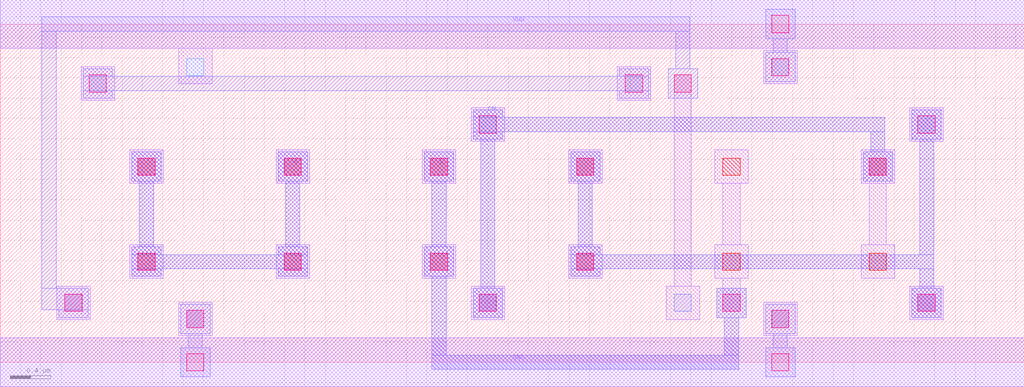
<source format=lef>
MACRO ASYNC1
 CLASS CORE ;
 FOREIGN ASYNC1 0 0 ;
 SIZE 10.08 BY 3.33 ;
 ORIGIN 0 0 ;
 SYMMETRY X Y R90 ;
 SITE unit ;
  PIN VDD
   DIRECTION INOUT ;
   USE POWER ;
   SHAPE ABUTMENT ;
    PORT
     CLASS CORE ;
       LAYER li1 ;
        RECT 0.00000000 3.09000000 10.08000000 3.57000000 ;
    END
  END VDD

  PIN GND
   DIRECTION INOUT ;
   USE POWER ;
   SHAPE ABUTMENT ;
    PORT
     CLASS CORE ;
       LAYER li1 ;
        RECT 0.00000000 -0.24000000 10.08000000 0.24000000 ;
    END
  END GND

  PIN CN
   DIRECTION INOUT ;
   USE SIGNAL ;
   SHAPE ABUTMENT ;
    PORT
     CLASS CORE ;
       LAYER met1 ;
        RECT 4.65500000 0.44000000 4.94500000 0.73000000 ;
        RECT 8.49500000 1.78000000 8.78500000 2.07000000 ;
        RECT 4.73000000 0.73000000 4.87000000 2.19500000 ;
        RECT 4.65500000 2.19500000 4.94500000 2.27000000 ;
        RECT 8.57000000 2.07000000 8.71000000 2.27000000 ;
        RECT 4.65500000 2.27000000 8.71000000 2.41000000 ;
        RECT 4.65500000 2.41000000 4.94500000 2.48500000 ;
    END
  END CN

  PIN C
   DIRECTION INOUT ;
   USE SIGNAL ;
   SHAPE ABUTMENT ;
    PORT
     CLASS CORE ;
       LAYER met1 ;
        RECT 8.97500000 0.44000000 9.26500000 0.73000000 ;
        RECT 5.61500000 0.84500000 5.90500000 0.92000000 ;
        RECT 9.05000000 0.73000000 9.19000000 0.92000000 ;
        RECT 5.61500000 0.92000000 9.19000000 1.06000000 ;
        RECT 5.61500000 1.06000000 5.90500000 1.13500000 ;
        RECT 5.69000000 1.13500000 5.83000000 1.78000000 ;
        RECT 5.61500000 1.78000000 5.90500000 2.07000000 ;
        RECT 9.05000000 1.06000000 9.19000000 2.19500000 ;
        RECT 8.97500000 2.19500000 9.26500000 2.48500000 ;
    END
  END C

  PIN A
   DIRECTION INOUT ;
   USE SIGNAL ;
   SHAPE ABUTMENT ;
    PORT
     CLASS CORE ;
       LAYER met1 ;
        RECT 1.29500000 0.84500000 1.58500000 0.92000000 ;
        RECT 2.73500000 0.84500000 3.02500000 0.92000000 ;
        RECT 1.29500000 0.92000000 3.02500000 1.06000000 ;
        RECT 1.29500000 1.06000000 1.58500000 1.13500000 ;
        RECT 2.73500000 1.06000000 3.02500000 1.13500000 ;
        RECT 1.37000000 1.13500000 1.51000000 1.78000000 ;
        RECT 2.81000000 1.13500000 2.95000000 1.78000000 ;
        RECT 1.29500000 1.78000000 1.58500000 2.07000000 ;
        RECT 2.73500000 1.78000000 3.02500000 2.07000000 ;
    END
  END A

  PIN B
   DIRECTION INOUT ;
   USE SIGNAL ;
   SHAPE ABUTMENT ;
    PORT
     CLASS CORE ;
       LAYER met1 ;
        RECT 4.25000000 -0.07000000 7.27000000 0.07000000 ;
        RECT 7.13000000 0.07000000 7.27000000 0.44000000 ;
        RECT 7.05500000 0.44000000 7.34500000 0.73000000 ;
        RECT 4.25000000 0.07000000 4.39000000 0.84500000 ;
        RECT 4.17500000 0.84500000 4.46500000 1.13500000 ;
        RECT 4.25000000 1.13500000 4.39000000 1.78000000 ;
        RECT 4.17500000 1.78000000 4.46500000 2.07000000 ;
    END
  END B

 OBS
    LAYER polycont ;
     RECT 1.35500000 0.90500000 1.52500000 1.07500000 ;
     RECT 2.79500000 0.90500000 2.96500000 1.07500000 ;
     RECT 4.23500000 0.90500000 4.40500000 1.07500000 ;
     RECT 5.67500000 0.90500000 5.84500000 1.07500000 ;
     RECT 7.11500000 0.90500000 7.28500000 1.07500000 ;
     RECT 8.55500000 0.90500000 8.72500000 1.07500000 ;
     RECT 1.35500000 1.84000000 1.52500000 2.01000000 ;
     RECT 2.79500000 1.84000000 2.96500000 2.01000000 ;
     RECT 4.23500000 1.84000000 4.40500000 2.01000000 ;
     RECT 5.67500000 1.84000000 5.84500000 2.01000000 ;
     RECT 7.11500000 1.84000000 7.28500000 2.01000000 ;
     RECT 8.55500000 1.84000000 8.72500000 2.01000000 ;

    LAYER pdiffc ;
     RECT 4.71500000 2.25500000 4.88500000 2.42500000 ;
     RECT 9.03500000 2.25500000 9.20500000 2.42500000 ;
     RECT 0.87500000 2.66000000 1.04500000 2.83000000 ;
     RECT 6.15500000 2.66000000 6.32500000 2.83000000 ;
     RECT 1.83500000 2.82000000 2.00500000 2.99000000 ;
     RECT 7.59500000 2.82000000 7.76500000 2.99000000 ;

    LAYER ndiffc ;
     RECT 1.83500000 0.34000000 2.00500000 0.51000000 ;
     RECT 7.59500000 0.34000000 7.76500000 0.51000000 ;
     RECT 0.63500000 0.50000000 0.80500000 0.67000000 ;
     RECT 4.71500000 0.50000000 4.88500000 0.67000000 ;
     RECT 6.63500000 0.50000000 6.80500000 0.67000000 ;
     RECT 9.03500000 0.50000000 9.20500000 0.67000000 ;

    LAYER li1 ;
     RECT 0.00000000 -0.24000000 10.08000000 0.24000000 ;
     RECT 1.75500000 0.26000000 2.08500000 0.59000000 ;
     RECT 7.51500000 0.26000000 7.84500000 0.59000000 ;
     RECT 0.55500000 0.42000000 0.88500000 0.75000000 ;
     RECT 4.63500000 0.42000000 4.96500000 0.75000000 ;
     RECT 8.95500000 0.42000000 9.28500000 0.75000000 ;
     RECT 1.27500000 0.82500000 1.60500000 1.15500000 ;
     RECT 2.71500000 0.82500000 3.04500000 1.15500000 ;
     RECT 4.15500000 0.82500000 4.48500000 1.15500000 ;
     RECT 5.59500000 0.82500000 5.92500000 1.15500000 ;
     RECT 1.27500000 1.76000000 1.60500000 2.09000000 ;
     RECT 2.71500000 1.76000000 3.04500000 2.09000000 ;
     RECT 4.15500000 1.76000000 4.48500000 2.09000000 ;
     RECT 5.59500000 1.76000000 5.92500000 2.09000000 ;
     RECT 7.11500000 0.50000000 7.28500000 0.82500000 ;
     RECT 7.03500000 0.82500000 7.36500000 1.15500000 ;
     RECT 7.11500000 1.15500000 7.28500000 1.76000000 ;
     RECT 7.03500000 1.76000000 7.36500000 2.09000000 ;
     RECT 8.47500000 0.82500000 8.80500000 1.15500000 ;
     RECT 8.55500000 1.15500000 8.72500000 1.76000000 ;
     RECT 8.47500000 1.76000000 8.80500000 2.09000000 ;
     RECT 4.63500000 2.17500000 4.96500000 2.50500000 ;
     RECT 8.95500000 2.17500000 9.28500000 2.50500000 ;
     RECT 6.55500000 0.42000000 6.88500000 0.75000000 ;
     RECT 6.63500000 0.75000000 6.80500000 2.83000000 ;
     RECT 0.79500000 2.58000000 1.12500000 2.91000000 ;
     RECT 6.07500000 2.58000000 6.40500000 2.91000000 ;
     RECT 7.51500000 2.74000000 7.84500000 3.07000000 ;
     RECT 1.75500000 2.74000000 2.08500000 3.09000000 ;
     RECT 0.00000000 3.09000000 10.08000000 3.57000000 ;

    LAYER viali ;
     RECT 1.83500000 -0.08500000 2.00500000 0.08500000 ;
     RECT 7.59500000 -0.08500000 7.76500000 0.08500000 ;
     RECT 1.83500000 0.34000000 2.00500000 0.51000000 ;
     RECT 7.59500000 0.34000000 7.76500000 0.51000000 ;
     RECT 0.63500000 0.50000000 0.80500000 0.67000000 ;
     RECT 4.71500000 0.50000000 4.88500000 0.67000000 ;
     RECT 7.11500000 0.50000000 7.28500000 0.67000000 ;
     RECT 9.03500000 0.50000000 9.20500000 0.67000000 ;
     RECT 1.35500000 0.90500000 1.52500000 1.07500000 ;
     RECT 2.79500000 0.90500000 2.96500000 1.07500000 ;
     RECT 4.23500000 0.90500000 4.40500000 1.07500000 ;
     RECT 5.67500000 0.90500000 5.84500000 1.07500000 ;
     RECT 1.35500000 1.84000000 1.52500000 2.01000000 ;
     RECT 2.79500000 1.84000000 2.96500000 2.01000000 ;
     RECT 4.23500000 1.84000000 4.40500000 2.01000000 ;
     RECT 5.67500000 1.84000000 5.84500000 2.01000000 ;
     RECT 8.55500000 1.84000000 8.72500000 2.01000000 ;
     RECT 4.71500000 2.25500000 4.88500000 2.42500000 ;
     RECT 9.03500000 2.25500000 9.20500000 2.42500000 ;
     RECT 0.87500000 2.66000000 1.04500000 2.83000000 ;
     RECT 6.15500000 2.66000000 6.32500000 2.83000000 ;
     RECT 6.63500000 2.66000000 6.80500000 2.83000000 ;
     RECT 7.59500000 2.82000000 7.76500000 2.99000000 ;
     RECT 7.59500000 3.24500000 7.76500000 3.41500000 ;

    LAYER met1 ;
     RECT 1.77500000 -0.14500000 2.06500000 0.14500000 ;
     RECT 1.85000000 0.14500000 1.99000000 0.28000000 ;
     RECT 1.77500000 0.28000000 2.06500000 0.57000000 ;
     RECT 7.53500000 -0.14500000 7.82500000 0.14500000 ;
     RECT 7.61000000 0.14500000 7.75000000 0.28000000 ;
     RECT 7.53500000 0.28000000 7.82500000 0.57000000 ;
     RECT 1.29500000 0.84500000 1.58500000 0.92000000 ;
     RECT 2.73500000 0.84500000 3.02500000 0.92000000 ;
     RECT 1.29500000 0.92000000 3.02500000 1.06000000 ;
     RECT 1.29500000 1.06000000 1.58500000 1.13500000 ;
     RECT 2.73500000 1.06000000 3.02500000 1.13500000 ;
     RECT 1.37000000 1.13500000 1.51000000 1.78000000 ;
     RECT 2.81000000 1.13500000 2.95000000 1.78000000 ;
     RECT 1.29500000 1.78000000 1.58500000 2.07000000 ;
     RECT 2.73500000 1.78000000 3.02500000 2.07000000 ;
     RECT 4.25000000 -0.07000000 7.27000000 0.07000000 ;
     RECT 7.13000000 0.07000000 7.27000000 0.44000000 ;
     RECT 7.05500000 0.44000000 7.34500000 0.73000000 ;
     RECT 4.25000000 0.07000000 4.39000000 0.84500000 ;
     RECT 4.17500000 0.84500000 4.46500000 1.13500000 ;
     RECT 4.25000000 1.13500000 4.39000000 1.78000000 ;
     RECT 4.17500000 1.78000000 4.46500000 2.07000000 ;
     RECT 4.65500000 0.44000000 4.94500000 0.73000000 ;
     RECT 8.49500000 1.78000000 8.78500000 2.07000000 ;
     RECT 4.73000000 0.73000000 4.87000000 2.19500000 ;
     RECT 4.65500000 2.19500000 4.94500000 2.27000000 ;
     RECT 8.57000000 2.07000000 8.71000000 2.27000000 ;
     RECT 4.65500000 2.27000000 8.71000000 2.41000000 ;
     RECT 4.65500000 2.41000000 4.94500000 2.48500000 ;
     RECT 8.97500000 0.44000000 9.26500000 0.73000000 ;
     RECT 5.61500000 0.84500000 5.90500000 0.92000000 ;
     RECT 9.05000000 0.73000000 9.19000000 0.92000000 ;
     RECT 5.61500000 0.92000000 9.19000000 1.06000000 ;
     RECT 5.61500000 1.06000000 5.90500000 1.13500000 ;
     RECT 5.69000000 1.13500000 5.83000000 1.78000000 ;
     RECT 5.61500000 1.78000000 5.90500000 2.07000000 ;
     RECT 9.05000000 1.06000000 9.19000000 2.19500000 ;
     RECT 8.97500000 2.19500000 9.26500000 2.48500000 ;
     RECT 0.81500000 2.60000000 1.10500000 2.67500000 ;
     RECT 6.09500000 2.60000000 6.38500000 2.67500000 ;
     RECT 0.81500000 2.67500000 6.38500000 2.81500000 ;
     RECT 0.81500000 2.81500000 1.10500000 2.89000000 ;
     RECT 6.09500000 2.81500000 6.38500000 2.89000000 ;
     RECT 0.57500000 0.44000000 0.86500000 0.51500000 ;
     RECT 0.41000000 0.51500000 0.86500000 0.73000000 ;
     RECT 6.57500000 2.60000000 6.86500000 2.89000000 ;
     RECT 0.41000000 0.73000000 0.55000000 3.26000000 ;
     RECT 6.65000000 2.89000000 6.79000000 3.26000000 ;
     RECT 0.41000000 3.26000000 6.79000000 3.40000000 ;
     RECT 7.53500000 2.76000000 7.82500000 3.05000000 ;
     RECT 7.61000000 3.05000000 7.75000000 3.18500000 ;
     RECT 7.53500000 3.18500000 7.82500000 3.47500000 ;

 END
END ASYNC1

</source>
